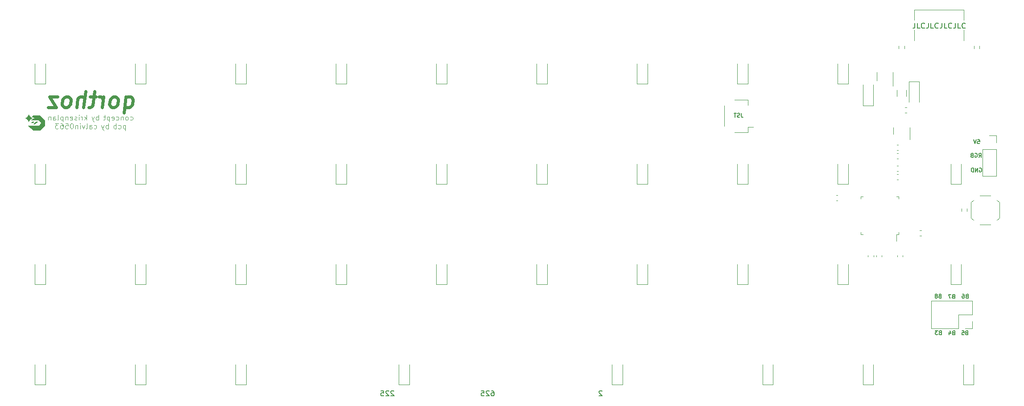
<source format=gbr>
%TF.GenerationSoftware,KiCad,Pcbnew,(7.0.0)*%
%TF.CreationDate,2023-10-03T20:22:14+02:00*%
%TF.ProjectId,qorthoz,716f7274-686f-47a2-9e6b-696361645f70,rev?*%
%TF.SameCoordinates,Original*%
%TF.FileFunction,Legend,Bot*%
%TF.FilePolarity,Positive*%
%FSLAX46Y46*%
G04 Gerber Fmt 4.6, Leading zero omitted, Abs format (unit mm)*
G04 Created by KiCad (PCBNEW (7.0.0)) date 2023-10-03 20:22:14*
%MOMM*%
%LPD*%
G01*
G04 APERTURE LIST*
%ADD10C,0.150000*%
%ADD11C,0.125000*%
%ADD12C,0.600000*%
%ADD13C,0.120000*%
G04 APERTURE END LIST*
D10*
X219217856Y-42965832D02*
X219574999Y-42965832D01*
X219574999Y-42965832D02*
X219610713Y-43322975D01*
X219610713Y-43322975D02*
X219574999Y-43287261D01*
X219574999Y-43287261D02*
X219503571Y-43251547D01*
X219503571Y-43251547D02*
X219324999Y-43251547D01*
X219324999Y-43251547D02*
X219253571Y-43287261D01*
X219253571Y-43287261D02*
X219217856Y-43322975D01*
X219217856Y-43322975D02*
X219182142Y-43394404D01*
X219182142Y-43394404D02*
X219182142Y-43572975D01*
X219182142Y-43572975D02*
X219217856Y-43644404D01*
X219217856Y-43644404D02*
X219253571Y-43680118D01*
X219253571Y-43680118D02*
X219324999Y-43715832D01*
X219324999Y-43715832D02*
X219503571Y-43715832D01*
X219503571Y-43715832D02*
X219574999Y-43680118D01*
X219574999Y-43680118D02*
X219610713Y-43644404D01*
X218967856Y-42965832D02*
X218717856Y-43715832D01*
X218717856Y-43715832D02*
X218467856Y-42965832D01*
X174366964Y-37948100D02*
X174366964Y-38483815D01*
X174366964Y-38483815D02*
X174402679Y-38590957D01*
X174402679Y-38590957D02*
X174474107Y-38662386D01*
X174474107Y-38662386D02*
X174581250Y-38698100D01*
X174581250Y-38698100D02*
X174652679Y-38698100D01*
X174045535Y-38662386D02*
X173938393Y-38698100D01*
X173938393Y-38698100D02*
X173759821Y-38698100D01*
X173759821Y-38698100D02*
X173688393Y-38662386D01*
X173688393Y-38662386D02*
X173652678Y-38626672D01*
X173652678Y-38626672D02*
X173616964Y-38555243D01*
X173616964Y-38555243D02*
X173616964Y-38483815D01*
X173616964Y-38483815D02*
X173652678Y-38412386D01*
X173652678Y-38412386D02*
X173688393Y-38376672D01*
X173688393Y-38376672D02*
X173759821Y-38340957D01*
X173759821Y-38340957D02*
X173902678Y-38305243D01*
X173902678Y-38305243D02*
X173974107Y-38269529D01*
X173974107Y-38269529D02*
X174009821Y-38233815D01*
X174009821Y-38233815D02*
X174045535Y-38162386D01*
X174045535Y-38162386D02*
X174045535Y-38090957D01*
X174045535Y-38090957D02*
X174009821Y-38019529D01*
X174009821Y-38019529D02*
X173974107Y-37983815D01*
X173974107Y-37983815D02*
X173902678Y-37948100D01*
X173902678Y-37948100D02*
X173724107Y-37948100D01*
X173724107Y-37948100D02*
X173616964Y-37983815D01*
X173402678Y-37948100D02*
X172974107Y-37948100D01*
X173188392Y-38698100D02*
X173188392Y-37948100D01*
X217121285Y-79634554D02*
X217014142Y-79670268D01*
X217014142Y-79670268D02*
X216978428Y-79705983D01*
X216978428Y-79705983D02*
X216942714Y-79777411D01*
X216942714Y-79777411D02*
X216942714Y-79884554D01*
X216942714Y-79884554D02*
X216978428Y-79955983D01*
X216978428Y-79955983D02*
X217014142Y-79991697D01*
X217014142Y-79991697D02*
X217085571Y-80027411D01*
X217085571Y-80027411D02*
X217371285Y-80027411D01*
X217371285Y-80027411D02*
X217371285Y-79277411D01*
X217371285Y-79277411D02*
X217121285Y-79277411D01*
X217121285Y-79277411D02*
X217049857Y-79313126D01*
X217049857Y-79313126D02*
X217014142Y-79348840D01*
X217014142Y-79348840D02*
X216978428Y-79420268D01*
X216978428Y-79420268D02*
X216978428Y-79491697D01*
X216978428Y-79491697D02*
X217014142Y-79563126D01*
X217014142Y-79563126D02*
X217049857Y-79598840D01*
X217049857Y-79598840D02*
X217121285Y-79634554D01*
X217121285Y-79634554D02*
X217371285Y-79634554D01*
X216264142Y-79277411D02*
X216621285Y-79277411D01*
X216621285Y-79277411D02*
X216656999Y-79634554D01*
X216656999Y-79634554D02*
X216621285Y-79598840D01*
X216621285Y-79598840D02*
X216549857Y-79563126D01*
X216549857Y-79563126D02*
X216371285Y-79563126D01*
X216371285Y-79563126D02*
X216299857Y-79598840D01*
X216299857Y-79598840D02*
X216264142Y-79634554D01*
X216264142Y-79634554D02*
X216228428Y-79705983D01*
X216228428Y-79705983D02*
X216228428Y-79884554D01*
X216228428Y-79884554D02*
X216264142Y-79955983D01*
X216264142Y-79955983D02*
X216299857Y-79991697D01*
X216299857Y-79991697D02*
X216371285Y-80027411D01*
X216371285Y-80027411D02*
X216549857Y-80027411D01*
X216549857Y-80027411D02*
X216621285Y-79991697D01*
X216621285Y-79991697D02*
X216656999Y-79955983D01*
D11*
X58352382Y-39197261D02*
X58447620Y-39244880D01*
X58447620Y-39244880D02*
X58638096Y-39244880D01*
X58638096Y-39244880D02*
X58733334Y-39197261D01*
X58733334Y-39197261D02*
X58780953Y-39149642D01*
X58780953Y-39149642D02*
X58828572Y-39054404D01*
X58828572Y-39054404D02*
X58828572Y-38768690D01*
X58828572Y-38768690D02*
X58780953Y-38673452D01*
X58780953Y-38673452D02*
X58733334Y-38625833D01*
X58733334Y-38625833D02*
X58638096Y-38578214D01*
X58638096Y-38578214D02*
X58447620Y-38578214D01*
X58447620Y-38578214D02*
X58352382Y-38625833D01*
X57780953Y-39244880D02*
X57876191Y-39197261D01*
X57876191Y-39197261D02*
X57923810Y-39149642D01*
X57923810Y-39149642D02*
X57971429Y-39054404D01*
X57971429Y-39054404D02*
X57971429Y-38768690D01*
X57971429Y-38768690D02*
X57923810Y-38673452D01*
X57923810Y-38673452D02*
X57876191Y-38625833D01*
X57876191Y-38625833D02*
X57780953Y-38578214D01*
X57780953Y-38578214D02*
X57638096Y-38578214D01*
X57638096Y-38578214D02*
X57542858Y-38625833D01*
X57542858Y-38625833D02*
X57495239Y-38673452D01*
X57495239Y-38673452D02*
X57447620Y-38768690D01*
X57447620Y-38768690D02*
X57447620Y-39054404D01*
X57447620Y-39054404D02*
X57495239Y-39149642D01*
X57495239Y-39149642D02*
X57542858Y-39197261D01*
X57542858Y-39197261D02*
X57638096Y-39244880D01*
X57638096Y-39244880D02*
X57780953Y-39244880D01*
X57019048Y-38578214D02*
X57019048Y-39244880D01*
X57019048Y-38673452D02*
X56971429Y-38625833D01*
X56971429Y-38625833D02*
X56876191Y-38578214D01*
X56876191Y-38578214D02*
X56733334Y-38578214D01*
X56733334Y-38578214D02*
X56638096Y-38625833D01*
X56638096Y-38625833D02*
X56590477Y-38721071D01*
X56590477Y-38721071D02*
X56590477Y-39244880D01*
X55685715Y-39197261D02*
X55780953Y-39244880D01*
X55780953Y-39244880D02*
X55971429Y-39244880D01*
X55971429Y-39244880D02*
X56066667Y-39197261D01*
X56066667Y-39197261D02*
X56114286Y-39149642D01*
X56114286Y-39149642D02*
X56161905Y-39054404D01*
X56161905Y-39054404D02*
X56161905Y-38768690D01*
X56161905Y-38768690D02*
X56114286Y-38673452D01*
X56114286Y-38673452D02*
X56066667Y-38625833D01*
X56066667Y-38625833D02*
X55971429Y-38578214D01*
X55971429Y-38578214D02*
X55780953Y-38578214D01*
X55780953Y-38578214D02*
X55685715Y-38625833D01*
X54876191Y-39197261D02*
X54971429Y-39244880D01*
X54971429Y-39244880D02*
X55161905Y-39244880D01*
X55161905Y-39244880D02*
X55257143Y-39197261D01*
X55257143Y-39197261D02*
X55304762Y-39102023D01*
X55304762Y-39102023D02*
X55304762Y-38721071D01*
X55304762Y-38721071D02*
X55257143Y-38625833D01*
X55257143Y-38625833D02*
X55161905Y-38578214D01*
X55161905Y-38578214D02*
X54971429Y-38578214D01*
X54971429Y-38578214D02*
X54876191Y-38625833D01*
X54876191Y-38625833D02*
X54828572Y-38721071D01*
X54828572Y-38721071D02*
X54828572Y-38816309D01*
X54828572Y-38816309D02*
X55304762Y-38911547D01*
X54400000Y-38578214D02*
X54400000Y-39578214D01*
X54400000Y-38625833D02*
X54304762Y-38578214D01*
X54304762Y-38578214D02*
X54114286Y-38578214D01*
X54114286Y-38578214D02*
X54019048Y-38625833D01*
X54019048Y-38625833D02*
X53971429Y-38673452D01*
X53971429Y-38673452D02*
X53923810Y-38768690D01*
X53923810Y-38768690D02*
X53923810Y-39054404D01*
X53923810Y-39054404D02*
X53971429Y-39149642D01*
X53971429Y-39149642D02*
X54019048Y-39197261D01*
X54019048Y-39197261D02*
X54114286Y-39244880D01*
X54114286Y-39244880D02*
X54304762Y-39244880D01*
X54304762Y-39244880D02*
X54400000Y-39197261D01*
X53638095Y-38578214D02*
X53257143Y-38578214D01*
X53495238Y-38244880D02*
X53495238Y-39102023D01*
X53495238Y-39102023D02*
X53447619Y-39197261D01*
X53447619Y-39197261D02*
X53352381Y-39244880D01*
X53352381Y-39244880D02*
X53257143Y-39244880D01*
X52323809Y-39244880D02*
X52323809Y-38244880D01*
X52323809Y-38625833D02*
X52228571Y-38578214D01*
X52228571Y-38578214D02*
X52038095Y-38578214D01*
X52038095Y-38578214D02*
X51942857Y-38625833D01*
X51942857Y-38625833D02*
X51895238Y-38673452D01*
X51895238Y-38673452D02*
X51847619Y-38768690D01*
X51847619Y-38768690D02*
X51847619Y-39054404D01*
X51847619Y-39054404D02*
X51895238Y-39149642D01*
X51895238Y-39149642D02*
X51942857Y-39197261D01*
X51942857Y-39197261D02*
X52038095Y-39244880D01*
X52038095Y-39244880D02*
X52228571Y-39244880D01*
X52228571Y-39244880D02*
X52323809Y-39197261D01*
X51514285Y-38578214D02*
X51276190Y-39244880D01*
X51038095Y-38578214D02*
X51276190Y-39244880D01*
X51276190Y-39244880D02*
X51371428Y-39482976D01*
X51371428Y-39482976D02*
X51419047Y-39530595D01*
X51419047Y-39530595D02*
X51514285Y-39578214D01*
X50057142Y-39244880D02*
X50057142Y-38244880D01*
X49961904Y-38863928D02*
X49676190Y-39244880D01*
X49676190Y-38578214D02*
X50057142Y-38959166D01*
X49247618Y-39244880D02*
X49247618Y-38578214D01*
X49247618Y-38768690D02*
X49199999Y-38673452D01*
X49199999Y-38673452D02*
X49152380Y-38625833D01*
X49152380Y-38625833D02*
X49057142Y-38578214D01*
X49057142Y-38578214D02*
X48961904Y-38578214D01*
X48628570Y-39244880D02*
X48628570Y-38578214D01*
X48628570Y-38244880D02*
X48676189Y-38292500D01*
X48676189Y-38292500D02*
X48628570Y-38340119D01*
X48628570Y-38340119D02*
X48580951Y-38292500D01*
X48580951Y-38292500D02*
X48628570Y-38244880D01*
X48628570Y-38244880D02*
X48628570Y-38340119D01*
X48199999Y-39197261D02*
X48104761Y-39244880D01*
X48104761Y-39244880D02*
X47914285Y-39244880D01*
X47914285Y-39244880D02*
X47819047Y-39197261D01*
X47819047Y-39197261D02*
X47771428Y-39102023D01*
X47771428Y-39102023D02*
X47771428Y-39054404D01*
X47771428Y-39054404D02*
X47819047Y-38959166D01*
X47819047Y-38959166D02*
X47914285Y-38911547D01*
X47914285Y-38911547D02*
X48057142Y-38911547D01*
X48057142Y-38911547D02*
X48152380Y-38863928D01*
X48152380Y-38863928D02*
X48199999Y-38768690D01*
X48199999Y-38768690D02*
X48199999Y-38721071D01*
X48199999Y-38721071D02*
X48152380Y-38625833D01*
X48152380Y-38625833D02*
X48057142Y-38578214D01*
X48057142Y-38578214D02*
X47914285Y-38578214D01*
X47914285Y-38578214D02*
X47819047Y-38625833D01*
X46961904Y-39197261D02*
X47057142Y-39244880D01*
X47057142Y-39244880D02*
X47247618Y-39244880D01*
X47247618Y-39244880D02*
X47342856Y-39197261D01*
X47342856Y-39197261D02*
X47390475Y-39102023D01*
X47390475Y-39102023D02*
X47390475Y-38721071D01*
X47390475Y-38721071D02*
X47342856Y-38625833D01*
X47342856Y-38625833D02*
X47247618Y-38578214D01*
X47247618Y-38578214D02*
X47057142Y-38578214D01*
X47057142Y-38578214D02*
X46961904Y-38625833D01*
X46961904Y-38625833D02*
X46914285Y-38721071D01*
X46914285Y-38721071D02*
X46914285Y-38816309D01*
X46914285Y-38816309D02*
X47390475Y-38911547D01*
X46485713Y-38578214D02*
X46485713Y-39244880D01*
X46485713Y-38673452D02*
X46438094Y-38625833D01*
X46438094Y-38625833D02*
X46342856Y-38578214D01*
X46342856Y-38578214D02*
X46199999Y-38578214D01*
X46199999Y-38578214D02*
X46104761Y-38625833D01*
X46104761Y-38625833D02*
X46057142Y-38721071D01*
X46057142Y-38721071D02*
X46057142Y-39244880D01*
X45580951Y-38578214D02*
X45580951Y-39578214D01*
X45580951Y-38625833D02*
X45485713Y-38578214D01*
X45485713Y-38578214D02*
X45295237Y-38578214D01*
X45295237Y-38578214D02*
X45199999Y-38625833D01*
X45199999Y-38625833D02*
X45152380Y-38673452D01*
X45152380Y-38673452D02*
X45104761Y-38768690D01*
X45104761Y-38768690D02*
X45104761Y-39054404D01*
X45104761Y-39054404D02*
X45152380Y-39149642D01*
X45152380Y-39149642D02*
X45199999Y-39197261D01*
X45199999Y-39197261D02*
X45295237Y-39244880D01*
X45295237Y-39244880D02*
X45485713Y-39244880D01*
X45485713Y-39244880D02*
X45580951Y-39197261D01*
X44533332Y-39244880D02*
X44628570Y-39197261D01*
X44628570Y-39197261D02*
X44676189Y-39102023D01*
X44676189Y-39102023D02*
X44676189Y-38244880D01*
X43723808Y-39244880D02*
X43723808Y-38721071D01*
X43723808Y-38721071D02*
X43771427Y-38625833D01*
X43771427Y-38625833D02*
X43866665Y-38578214D01*
X43866665Y-38578214D02*
X44057141Y-38578214D01*
X44057141Y-38578214D02*
X44152379Y-38625833D01*
X43723808Y-39197261D02*
X43819046Y-39244880D01*
X43819046Y-39244880D02*
X44057141Y-39244880D01*
X44057141Y-39244880D02*
X44152379Y-39197261D01*
X44152379Y-39197261D02*
X44199998Y-39102023D01*
X44199998Y-39102023D02*
X44199998Y-39006785D01*
X44199998Y-39006785D02*
X44152379Y-38911547D01*
X44152379Y-38911547D02*
X44057141Y-38863928D01*
X44057141Y-38863928D02*
X43819046Y-38863928D01*
X43819046Y-38863928D02*
X43723808Y-38816309D01*
X43247617Y-38578214D02*
X43247617Y-39244880D01*
X43247617Y-38673452D02*
X43199998Y-38625833D01*
X43199998Y-38625833D02*
X43104760Y-38578214D01*
X43104760Y-38578214D02*
X42961903Y-38578214D01*
X42961903Y-38578214D02*
X42866665Y-38625833D01*
X42866665Y-38625833D02*
X42819046Y-38721071D01*
X42819046Y-38721071D02*
X42819046Y-39244880D01*
X57447619Y-40198214D02*
X57447619Y-41198214D01*
X57447619Y-40245833D02*
X57352381Y-40198214D01*
X57352381Y-40198214D02*
X57161905Y-40198214D01*
X57161905Y-40198214D02*
X57066667Y-40245833D01*
X57066667Y-40245833D02*
X57019048Y-40293452D01*
X57019048Y-40293452D02*
X56971429Y-40388690D01*
X56971429Y-40388690D02*
X56971429Y-40674404D01*
X56971429Y-40674404D02*
X57019048Y-40769642D01*
X57019048Y-40769642D02*
X57066667Y-40817261D01*
X57066667Y-40817261D02*
X57161905Y-40864880D01*
X57161905Y-40864880D02*
X57352381Y-40864880D01*
X57352381Y-40864880D02*
X57447619Y-40817261D01*
X56114286Y-40817261D02*
X56209524Y-40864880D01*
X56209524Y-40864880D02*
X56400000Y-40864880D01*
X56400000Y-40864880D02*
X56495238Y-40817261D01*
X56495238Y-40817261D02*
X56542857Y-40769642D01*
X56542857Y-40769642D02*
X56590476Y-40674404D01*
X56590476Y-40674404D02*
X56590476Y-40388690D01*
X56590476Y-40388690D02*
X56542857Y-40293452D01*
X56542857Y-40293452D02*
X56495238Y-40245833D01*
X56495238Y-40245833D02*
X56400000Y-40198214D01*
X56400000Y-40198214D02*
X56209524Y-40198214D01*
X56209524Y-40198214D02*
X56114286Y-40245833D01*
X55685714Y-40864880D02*
X55685714Y-39864880D01*
X55685714Y-40245833D02*
X55590476Y-40198214D01*
X55590476Y-40198214D02*
X55400000Y-40198214D01*
X55400000Y-40198214D02*
X55304762Y-40245833D01*
X55304762Y-40245833D02*
X55257143Y-40293452D01*
X55257143Y-40293452D02*
X55209524Y-40388690D01*
X55209524Y-40388690D02*
X55209524Y-40674404D01*
X55209524Y-40674404D02*
X55257143Y-40769642D01*
X55257143Y-40769642D02*
X55304762Y-40817261D01*
X55304762Y-40817261D02*
X55400000Y-40864880D01*
X55400000Y-40864880D02*
X55590476Y-40864880D01*
X55590476Y-40864880D02*
X55685714Y-40817261D01*
X54180952Y-40864880D02*
X54180952Y-39864880D01*
X54180952Y-40245833D02*
X54085714Y-40198214D01*
X54085714Y-40198214D02*
X53895238Y-40198214D01*
X53895238Y-40198214D02*
X53800000Y-40245833D01*
X53800000Y-40245833D02*
X53752381Y-40293452D01*
X53752381Y-40293452D02*
X53704762Y-40388690D01*
X53704762Y-40388690D02*
X53704762Y-40674404D01*
X53704762Y-40674404D02*
X53752381Y-40769642D01*
X53752381Y-40769642D02*
X53800000Y-40817261D01*
X53800000Y-40817261D02*
X53895238Y-40864880D01*
X53895238Y-40864880D02*
X54085714Y-40864880D01*
X54085714Y-40864880D02*
X54180952Y-40817261D01*
X53371428Y-40198214D02*
X53133333Y-40864880D01*
X52895238Y-40198214D02*
X53133333Y-40864880D01*
X53133333Y-40864880D02*
X53228571Y-41102976D01*
X53228571Y-41102976D02*
X53276190Y-41150595D01*
X53276190Y-41150595D02*
X53371428Y-41198214D01*
X51485714Y-40817261D02*
X51580952Y-40864880D01*
X51580952Y-40864880D02*
X51771428Y-40864880D01*
X51771428Y-40864880D02*
X51866666Y-40817261D01*
X51866666Y-40817261D02*
X51914285Y-40769642D01*
X51914285Y-40769642D02*
X51961904Y-40674404D01*
X51961904Y-40674404D02*
X51961904Y-40388690D01*
X51961904Y-40388690D02*
X51914285Y-40293452D01*
X51914285Y-40293452D02*
X51866666Y-40245833D01*
X51866666Y-40245833D02*
X51771428Y-40198214D01*
X51771428Y-40198214D02*
X51580952Y-40198214D01*
X51580952Y-40198214D02*
X51485714Y-40245833D01*
X50628571Y-40864880D02*
X50628571Y-40341071D01*
X50628571Y-40341071D02*
X50676190Y-40245833D01*
X50676190Y-40245833D02*
X50771428Y-40198214D01*
X50771428Y-40198214D02*
X50961904Y-40198214D01*
X50961904Y-40198214D02*
X51057142Y-40245833D01*
X50628571Y-40817261D02*
X50723809Y-40864880D01*
X50723809Y-40864880D02*
X50961904Y-40864880D01*
X50961904Y-40864880D02*
X51057142Y-40817261D01*
X51057142Y-40817261D02*
X51104761Y-40722023D01*
X51104761Y-40722023D02*
X51104761Y-40626785D01*
X51104761Y-40626785D02*
X51057142Y-40531547D01*
X51057142Y-40531547D02*
X50961904Y-40483928D01*
X50961904Y-40483928D02*
X50723809Y-40483928D01*
X50723809Y-40483928D02*
X50628571Y-40436309D01*
X50009523Y-40864880D02*
X50104761Y-40817261D01*
X50104761Y-40817261D02*
X50152380Y-40722023D01*
X50152380Y-40722023D02*
X50152380Y-39864880D01*
X49723808Y-40198214D02*
X49485713Y-40864880D01*
X49485713Y-40864880D02*
X49247618Y-40198214D01*
X48866665Y-40864880D02*
X48866665Y-40198214D01*
X48866665Y-39864880D02*
X48914284Y-39912500D01*
X48914284Y-39912500D02*
X48866665Y-39960119D01*
X48866665Y-39960119D02*
X48819046Y-39912500D01*
X48819046Y-39912500D02*
X48866665Y-39864880D01*
X48866665Y-39864880D02*
X48866665Y-39960119D01*
X48390475Y-40198214D02*
X48390475Y-40864880D01*
X48390475Y-40293452D02*
X48342856Y-40245833D01*
X48342856Y-40245833D02*
X48247618Y-40198214D01*
X48247618Y-40198214D02*
X48104761Y-40198214D01*
X48104761Y-40198214D02*
X48009523Y-40245833D01*
X48009523Y-40245833D02*
X47961904Y-40341071D01*
X47961904Y-40341071D02*
X47961904Y-40864880D01*
X47295237Y-39864880D02*
X47199999Y-39864880D01*
X47199999Y-39864880D02*
X47104761Y-39912500D01*
X47104761Y-39912500D02*
X47057142Y-39960119D01*
X47057142Y-39960119D02*
X47009523Y-40055357D01*
X47009523Y-40055357D02*
X46961904Y-40245833D01*
X46961904Y-40245833D02*
X46961904Y-40483928D01*
X46961904Y-40483928D02*
X47009523Y-40674404D01*
X47009523Y-40674404D02*
X47057142Y-40769642D01*
X47057142Y-40769642D02*
X47104761Y-40817261D01*
X47104761Y-40817261D02*
X47199999Y-40864880D01*
X47199999Y-40864880D02*
X47295237Y-40864880D01*
X47295237Y-40864880D02*
X47390475Y-40817261D01*
X47390475Y-40817261D02*
X47438094Y-40769642D01*
X47438094Y-40769642D02*
X47485713Y-40674404D01*
X47485713Y-40674404D02*
X47533332Y-40483928D01*
X47533332Y-40483928D02*
X47533332Y-40245833D01*
X47533332Y-40245833D02*
X47485713Y-40055357D01*
X47485713Y-40055357D02*
X47438094Y-39960119D01*
X47438094Y-39960119D02*
X47390475Y-39912500D01*
X47390475Y-39912500D02*
X47295237Y-39864880D01*
X46057142Y-39864880D02*
X46533332Y-39864880D01*
X46533332Y-39864880D02*
X46580951Y-40341071D01*
X46580951Y-40341071D02*
X46533332Y-40293452D01*
X46533332Y-40293452D02*
X46438094Y-40245833D01*
X46438094Y-40245833D02*
X46199999Y-40245833D01*
X46199999Y-40245833D02*
X46104761Y-40293452D01*
X46104761Y-40293452D02*
X46057142Y-40341071D01*
X46057142Y-40341071D02*
X46009523Y-40436309D01*
X46009523Y-40436309D02*
X46009523Y-40674404D01*
X46009523Y-40674404D02*
X46057142Y-40769642D01*
X46057142Y-40769642D02*
X46104761Y-40817261D01*
X46104761Y-40817261D02*
X46199999Y-40864880D01*
X46199999Y-40864880D02*
X46438094Y-40864880D01*
X46438094Y-40864880D02*
X46533332Y-40817261D01*
X46533332Y-40817261D02*
X46580951Y-40769642D01*
X45152380Y-39864880D02*
X45342856Y-39864880D01*
X45342856Y-39864880D02*
X45438094Y-39912500D01*
X45438094Y-39912500D02*
X45485713Y-39960119D01*
X45485713Y-39960119D02*
X45580951Y-40102976D01*
X45580951Y-40102976D02*
X45628570Y-40293452D01*
X45628570Y-40293452D02*
X45628570Y-40674404D01*
X45628570Y-40674404D02*
X45580951Y-40769642D01*
X45580951Y-40769642D02*
X45533332Y-40817261D01*
X45533332Y-40817261D02*
X45438094Y-40864880D01*
X45438094Y-40864880D02*
X45247618Y-40864880D01*
X45247618Y-40864880D02*
X45152380Y-40817261D01*
X45152380Y-40817261D02*
X45104761Y-40769642D01*
X45104761Y-40769642D02*
X45057142Y-40674404D01*
X45057142Y-40674404D02*
X45057142Y-40436309D01*
X45057142Y-40436309D02*
X45104761Y-40341071D01*
X45104761Y-40341071D02*
X45152380Y-40293452D01*
X45152380Y-40293452D02*
X45247618Y-40245833D01*
X45247618Y-40245833D02*
X45438094Y-40245833D01*
X45438094Y-40245833D02*
X45533332Y-40293452D01*
X45533332Y-40293452D02*
X45580951Y-40341071D01*
X45580951Y-40341071D02*
X45628570Y-40436309D01*
X44723808Y-39864880D02*
X44104761Y-39864880D01*
X44104761Y-39864880D02*
X44438094Y-40245833D01*
X44438094Y-40245833D02*
X44295237Y-40245833D01*
X44295237Y-40245833D02*
X44199999Y-40293452D01*
X44199999Y-40293452D02*
X44152380Y-40341071D01*
X44152380Y-40341071D02*
X44104761Y-40436309D01*
X44104761Y-40436309D02*
X44104761Y-40674404D01*
X44104761Y-40674404D02*
X44152380Y-40769642D01*
X44152380Y-40769642D02*
X44199999Y-40817261D01*
X44199999Y-40817261D02*
X44295237Y-40864880D01*
X44295237Y-40864880D02*
X44580951Y-40864880D01*
X44580951Y-40864880D02*
X44676189Y-40817261D01*
X44676189Y-40817261D02*
X44723808Y-40769642D01*
D10*
X212087157Y-79602021D02*
X211980014Y-79637735D01*
X211980014Y-79637735D02*
X211944300Y-79673450D01*
X211944300Y-79673450D02*
X211908586Y-79744878D01*
X211908586Y-79744878D02*
X211908586Y-79852021D01*
X211908586Y-79852021D02*
X211944300Y-79923450D01*
X211944300Y-79923450D02*
X211980014Y-79959164D01*
X211980014Y-79959164D02*
X212051443Y-79994878D01*
X212051443Y-79994878D02*
X212337157Y-79994878D01*
X212337157Y-79994878D02*
X212337157Y-79244878D01*
X212337157Y-79244878D02*
X212087157Y-79244878D01*
X212087157Y-79244878D02*
X212015729Y-79280593D01*
X212015729Y-79280593D02*
X211980014Y-79316307D01*
X211980014Y-79316307D02*
X211944300Y-79387735D01*
X211944300Y-79387735D02*
X211944300Y-79459164D01*
X211944300Y-79459164D02*
X211980014Y-79530593D01*
X211980014Y-79530593D02*
X212015729Y-79566307D01*
X212015729Y-79566307D02*
X212087157Y-79602021D01*
X212087157Y-79602021D02*
X212337157Y-79602021D01*
X211658586Y-79244878D02*
X211194300Y-79244878D01*
X211194300Y-79244878D02*
X211444300Y-79530593D01*
X211444300Y-79530593D02*
X211337157Y-79530593D01*
X211337157Y-79530593D02*
X211265729Y-79566307D01*
X211265729Y-79566307D02*
X211230014Y-79602021D01*
X211230014Y-79602021D02*
X211194300Y-79673450D01*
X211194300Y-79673450D02*
X211194300Y-79852021D01*
X211194300Y-79852021D02*
X211230014Y-79923450D01*
X211230014Y-79923450D02*
X211265729Y-79959164D01*
X211265729Y-79959164D02*
X211337157Y-79994878D01*
X211337157Y-79994878D02*
X211551443Y-79994878D01*
X211551443Y-79994878D02*
X211622871Y-79959164D01*
X211622871Y-79959164D02*
X211658586Y-79923450D01*
X108394344Y-90743869D02*
X108346725Y-90696250D01*
X108346725Y-90696250D02*
X108251487Y-90648630D01*
X108251487Y-90648630D02*
X108013392Y-90648630D01*
X108013392Y-90648630D02*
X107918154Y-90696250D01*
X107918154Y-90696250D02*
X107870535Y-90743869D01*
X107870535Y-90743869D02*
X107822916Y-90839107D01*
X107822916Y-90839107D02*
X107822916Y-90934345D01*
X107822916Y-90934345D02*
X107870535Y-91077202D01*
X107870535Y-91077202D02*
X108441963Y-91648630D01*
X108441963Y-91648630D02*
X107822916Y-91648630D01*
X107441963Y-90743869D02*
X107394344Y-90696250D01*
X107394344Y-90696250D02*
X107299106Y-90648630D01*
X107299106Y-90648630D02*
X107061011Y-90648630D01*
X107061011Y-90648630D02*
X106965773Y-90696250D01*
X106965773Y-90696250D02*
X106918154Y-90743869D01*
X106918154Y-90743869D02*
X106870535Y-90839107D01*
X106870535Y-90839107D02*
X106870535Y-90934345D01*
X106870535Y-90934345D02*
X106918154Y-91077202D01*
X106918154Y-91077202D02*
X107489582Y-91648630D01*
X107489582Y-91648630D02*
X106870535Y-91648630D01*
X105965773Y-90648630D02*
X106441963Y-90648630D01*
X106441963Y-90648630D02*
X106489582Y-91124821D01*
X106489582Y-91124821D02*
X106441963Y-91077202D01*
X106441963Y-91077202D02*
X106346725Y-91029583D01*
X106346725Y-91029583D02*
X106108630Y-91029583D01*
X106108630Y-91029583D02*
X106013392Y-91077202D01*
X106013392Y-91077202D02*
X105965773Y-91124821D01*
X105965773Y-91124821D02*
X105918154Y-91220059D01*
X105918154Y-91220059D02*
X105918154Y-91458154D01*
X105918154Y-91458154D02*
X105965773Y-91553392D01*
X105965773Y-91553392D02*
X106013392Y-91601011D01*
X106013392Y-91601011D02*
X106108630Y-91648630D01*
X106108630Y-91648630D02*
X106346725Y-91648630D01*
X106346725Y-91648630D02*
X106441963Y-91601011D01*
X106441963Y-91601011D02*
X106489582Y-91553392D01*
X207312201Y-20798630D02*
X207312201Y-21512916D01*
X207312201Y-21512916D02*
X207264582Y-21655773D01*
X207264582Y-21655773D02*
X207169344Y-21751011D01*
X207169344Y-21751011D02*
X207026487Y-21798630D01*
X207026487Y-21798630D02*
X206931249Y-21798630D01*
X208264582Y-21798630D02*
X207788392Y-21798630D01*
X207788392Y-21798630D02*
X207788392Y-20798630D01*
X209169344Y-21703392D02*
X209121725Y-21751011D01*
X209121725Y-21751011D02*
X208978868Y-21798630D01*
X208978868Y-21798630D02*
X208883630Y-21798630D01*
X208883630Y-21798630D02*
X208740773Y-21751011D01*
X208740773Y-21751011D02*
X208645535Y-21655773D01*
X208645535Y-21655773D02*
X208597916Y-21560535D01*
X208597916Y-21560535D02*
X208550297Y-21370059D01*
X208550297Y-21370059D02*
X208550297Y-21227202D01*
X208550297Y-21227202D02*
X208597916Y-21036726D01*
X208597916Y-21036726D02*
X208645535Y-20941488D01*
X208645535Y-20941488D02*
X208740773Y-20846250D01*
X208740773Y-20846250D02*
X208883630Y-20798630D01*
X208883630Y-20798630D02*
X208978868Y-20798630D01*
X208978868Y-20798630D02*
X209121725Y-20846250D01*
X209121725Y-20846250D02*
X209169344Y-20893869D01*
X209883630Y-20798630D02*
X209883630Y-21512916D01*
X209883630Y-21512916D02*
X209836011Y-21655773D01*
X209836011Y-21655773D02*
X209740773Y-21751011D01*
X209740773Y-21751011D02*
X209597916Y-21798630D01*
X209597916Y-21798630D02*
X209502678Y-21798630D01*
X210836011Y-21798630D02*
X210359821Y-21798630D01*
X210359821Y-21798630D02*
X210359821Y-20798630D01*
X211740773Y-21703392D02*
X211693154Y-21751011D01*
X211693154Y-21751011D02*
X211550297Y-21798630D01*
X211550297Y-21798630D02*
X211455059Y-21798630D01*
X211455059Y-21798630D02*
X211312202Y-21751011D01*
X211312202Y-21751011D02*
X211216964Y-21655773D01*
X211216964Y-21655773D02*
X211169345Y-21560535D01*
X211169345Y-21560535D02*
X211121726Y-21370059D01*
X211121726Y-21370059D02*
X211121726Y-21227202D01*
X211121726Y-21227202D02*
X211169345Y-21036726D01*
X211169345Y-21036726D02*
X211216964Y-20941488D01*
X211216964Y-20941488D02*
X211312202Y-20846250D01*
X211312202Y-20846250D02*
X211455059Y-20798630D01*
X211455059Y-20798630D02*
X211550297Y-20798630D01*
X211550297Y-20798630D02*
X211693154Y-20846250D01*
X211693154Y-20846250D02*
X211740773Y-20893869D01*
X212455059Y-20798630D02*
X212455059Y-21512916D01*
X212455059Y-21512916D02*
X212407440Y-21655773D01*
X212407440Y-21655773D02*
X212312202Y-21751011D01*
X212312202Y-21751011D02*
X212169345Y-21798630D01*
X212169345Y-21798630D02*
X212074107Y-21798630D01*
X213407440Y-21798630D02*
X212931250Y-21798630D01*
X212931250Y-21798630D02*
X212931250Y-20798630D01*
X214312202Y-21703392D02*
X214264583Y-21751011D01*
X214264583Y-21751011D02*
X214121726Y-21798630D01*
X214121726Y-21798630D02*
X214026488Y-21798630D01*
X214026488Y-21798630D02*
X213883631Y-21751011D01*
X213883631Y-21751011D02*
X213788393Y-21655773D01*
X213788393Y-21655773D02*
X213740774Y-21560535D01*
X213740774Y-21560535D02*
X213693155Y-21370059D01*
X213693155Y-21370059D02*
X213693155Y-21227202D01*
X213693155Y-21227202D02*
X213740774Y-21036726D01*
X213740774Y-21036726D02*
X213788393Y-20941488D01*
X213788393Y-20941488D02*
X213883631Y-20846250D01*
X213883631Y-20846250D02*
X214026488Y-20798630D01*
X214026488Y-20798630D02*
X214121726Y-20798630D01*
X214121726Y-20798630D02*
X214264583Y-20846250D01*
X214264583Y-20846250D02*
X214312202Y-20893869D01*
X215026488Y-20798630D02*
X215026488Y-21512916D01*
X215026488Y-21512916D02*
X214978869Y-21655773D01*
X214978869Y-21655773D02*
X214883631Y-21751011D01*
X214883631Y-21751011D02*
X214740774Y-21798630D01*
X214740774Y-21798630D02*
X214645536Y-21798630D01*
X215978869Y-21798630D02*
X215502679Y-21798630D01*
X215502679Y-21798630D02*
X215502679Y-20798630D01*
X216883631Y-21703392D02*
X216836012Y-21751011D01*
X216836012Y-21751011D02*
X216693155Y-21798630D01*
X216693155Y-21798630D02*
X216597917Y-21798630D01*
X216597917Y-21798630D02*
X216455060Y-21751011D01*
X216455060Y-21751011D02*
X216359822Y-21655773D01*
X216359822Y-21655773D02*
X216312203Y-21560535D01*
X216312203Y-21560535D02*
X216264584Y-21370059D01*
X216264584Y-21370059D02*
X216264584Y-21227202D01*
X216264584Y-21227202D02*
X216312203Y-21036726D01*
X216312203Y-21036726D02*
X216359822Y-20941488D01*
X216359822Y-20941488D02*
X216455060Y-20846250D01*
X216455060Y-20846250D02*
X216597917Y-20798630D01*
X216597917Y-20798630D02*
X216693155Y-20798630D01*
X216693155Y-20798630D02*
X216836012Y-20846250D01*
X216836012Y-20846250D02*
X216883631Y-20893869D01*
X214616071Y-72711047D02*
X214508928Y-72746761D01*
X214508928Y-72746761D02*
X214473214Y-72782476D01*
X214473214Y-72782476D02*
X214437500Y-72853904D01*
X214437500Y-72853904D02*
X214437500Y-72961047D01*
X214437500Y-72961047D02*
X214473214Y-73032476D01*
X214473214Y-73032476D02*
X214508928Y-73068190D01*
X214508928Y-73068190D02*
X214580357Y-73103904D01*
X214580357Y-73103904D02*
X214866071Y-73103904D01*
X214866071Y-73103904D02*
X214866071Y-72353904D01*
X214866071Y-72353904D02*
X214616071Y-72353904D01*
X214616071Y-72353904D02*
X214544643Y-72389619D01*
X214544643Y-72389619D02*
X214508928Y-72425333D01*
X214508928Y-72425333D02*
X214473214Y-72496761D01*
X214473214Y-72496761D02*
X214473214Y-72568190D01*
X214473214Y-72568190D02*
X214508928Y-72639619D01*
X214508928Y-72639619D02*
X214544643Y-72675333D01*
X214544643Y-72675333D02*
X214616071Y-72711047D01*
X214616071Y-72711047D02*
X214866071Y-72711047D01*
X214187500Y-72353904D02*
X213687500Y-72353904D01*
X213687500Y-72353904D02*
X214008928Y-73103904D01*
X126968154Y-90648630D02*
X127158630Y-90648630D01*
X127158630Y-90648630D02*
X127253868Y-90696250D01*
X127253868Y-90696250D02*
X127301487Y-90743869D01*
X127301487Y-90743869D02*
X127396725Y-90886726D01*
X127396725Y-90886726D02*
X127444344Y-91077202D01*
X127444344Y-91077202D02*
X127444344Y-91458154D01*
X127444344Y-91458154D02*
X127396725Y-91553392D01*
X127396725Y-91553392D02*
X127349106Y-91601011D01*
X127349106Y-91601011D02*
X127253868Y-91648630D01*
X127253868Y-91648630D02*
X127063392Y-91648630D01*
X127063392Y-91648630D02*
X126968154Y-91601011D01*
X126968154Y-91601011D02*
X126920535Y-91553392D01*
X126920535Y-91553392D02*
X126872916Y-91458154D01*
X126872916Y-91458154D02*
X126872916Y-91220059D01*
X126872916Y-91220059D02*
X126920535Y-91124821D01*
X126920535Y-91124821D02*
X126968154Y-91077202D01*
X126968154Y-91077202D02*
X127063392Y-91029583D01*
X127063392Y-91029583D02*
X127253868Y-91029583D01*
X127253868Y-91029583D02*
X127349106Y-91077202D01*
X127349106Y-91077202D02*
X127396725Y-91124821D01*
X127396725Y-91124821D02*
X127444344Y-91220059D01*
X126491963Y-90743869D02*
X126444344Y-90696250D01*
X126444344Y-90696250D02*
X126349106Y-90648630D01*
X126349106Y-90648630D02*
X126111011Y-90648630D01*
X126111011Y-90648630D02*
X126015773Y-90696250D01*
X126015773Y-90696250D02*
X125968154Y-90743869D01*
X125968154Y-90743869D02*
X125920535Y-90839107D01*
X125920535Y-90839107D02*
X125920535Y-90934345D01*
X125920535Y-90934345D02*
X125968154Y-91077202D01*
X125968154Y-91077202D02*
X126539582Y-91648630D01*
X126539582Y-91648630D02*
X125920535Y-91648630D01*
X125015773Y-90648630D02*
X125491963Y-90648630D01*
X125491963Y-90648630D02*
X125539582Y-91124821D01*
X125539582Y-91124821D02*
X125491963Y-91077202D01*
X125491963Y-91077202D02*
X125396725Y-91029583D01*
X125396725Y-91029583D02*
X125158630Y-91029583D01*
X125158630Y-91029583D02*
X125063392Y-91077202D01*
X125063392Y-91077202D02*
X125015773Y-91124821D01*
X125015773Y-91124821D02*
X124968154Y-91220059D01*
X124968154Y-91220059D02*
X124968154Y-91458154D01*
X124968154Y-91458154D02*
X125015773Y-91553392D01*
X125015773Y-91553392D02*
X125063392Y-91601011D01*
X125063392Y-91601011D02*
X125158630Y-91648630D01*
X125158630Y-91648630D02*
X125396725Y-91648630D01*
X125396725Y-91648630D02*
X125491963Y-91601011D01*
X125491963Y-91601011D02*
X125539582Y-91553392D01*
X212045627Y-72665812D02*
X211938484Y-72701526D01*
X211938484Y-72701526D02*
X211902770Y-72737241D01*
X211902770Y-72737241D02*
X211867056Y-72808669D01*
X211867056Y-72808669D02*
X211867056Y-72915812D01*
X211867056Y-72915812D02*
X211902770Y-72987241D01*
X211902770Y-72987241D02*
X211938484Y-73022955D01*
X211938484Y-73022955D02*
X212009913Y-73058669D01*
X212009913Y-73058669D02*
X212295627Y-73058669D01*
X212295627Y-73058669D02*
X212295627Y-72308669D01*
X212295627Y-72308669D02*
X212045627Y-72308669D01*
X212045627Y-72308669D02*
X211974199Y-72344384D01*
X211974199Y-72344384D02*
X211938484Y-72380098D01*
X211938484Y-72380098D02*
X211902770Y-72451526D01*
X211902770Y-72451526D02*
X211902770Y-72522955D01*
X211902770Y-72522955D02*
X211938484Y-72594384D01*
X211938484Y-72594384D02*
X211974199Y-72630098D01*
X211974199Y-72630098D02*
X212045627Y-72665812D01*
X212045627Y-72665812D02*
X212295627Y-72665812D01*
X211438484Y-72630098D02*
X211509913Y-72594384D01*
X211509913Y-72594384D02*
X211545627Y-72558669D01*
X211545627Y-72558669D02*
X211581341Y-72487241D01*
X211581341Y-72487241D02*
X211581341Y-72451526D01*
X211581341Y-72451526D02*
X211545627Y-72380098D01*
X211545627Y-72380098D02*
X211509913Y-72344384D01*
X211509913Y-72344384D02*
X211438484Y-72308669D01*
X211438484Y-72308669D02*
X211295627Y-72308669D01*
X211295627Y-72308669D02*
X211224199Y-72344384D01*
X211224199Y-72344384D02*
X211188484Y-72380098D01*
X211188484Y-72380098D02*
X211152770Y-72451526D01*
X211152770Y-72451526D02*
X211152770Y-72487241D01*
X211152770Y-72487241D02*
X211188484Y-72558669D01*
X211188484Y-72558669D02*
X211224199Y-72594384D01*
X211224199Y-72594384D02*
X211295627Y-72630098D01*
X211295627Y-72630098D02*
X211438484Y-72630098D01*
X211438484Y-72630098D02*
X211509913Y-72665812D01*
X211509913Y-72665812D02*
X211545627Y-72701526D01*
X211545627Y-72701526D02*
X211581341Y-72772955D01*
X211581341Y-72772955D02*
X211581341Y-72915812D01*
X211581341Y-72915812D02*
X211545627Y-72987241D01*
X211545627Y-72987241D02*
X211509913Y-73022955D01*
X211509913Y-73022955D02*
X211438484Y-73058669D01*
X211438484Y-73058669D02*
X211295627Y-73058669D01*
X211295627Y-73058669D02*
X211224199Y-73022955D01*
X211224199Y-73022955D02*
X211188484Y-72987241D01*
X211188484Y-72987241D02*
X211152770Y-72915812D01*
X211152770Y-72915812D02*
X211152770Y-72772955D01*
X211152770Y-72772955D02*
X211188484Y-72701526D01*
X211188484Y-72701526D02*
X211224199Y-72665812D01*
X211224199Y-72665812D02*
X211295627Y-72630098D01*
X219580799Y-48369042D02*
X219652228Y-48333327D01*
X219652228Y-48333327D02*
X219759370Y-48333327D01*
X219759370Y-48333327D02*
X219866513Y-48369042D01*
X219866513Y-48369042D02*
X219937942Y-48440470D01*
X219937942Y-48440470D02*
X219973656Y-48511899D01*
X219973656Y-48511899D02*
X220009370Y-48654756D01*
X220009370Y-48654756D02*
X220009370Y-48761899D01*
X220009370Y-48761899D02*
X219973656Y-48904756D01*
X219973656Y-48904756D02*
X219937942Y-48976184D01*
X219937942Y-48976184D02*
X219866513Y-49047613D01*
X219866513Y-49047613D02*
X219759370Y-49083327D01*
X219759370Y-49083327D02*
X219687942Y-49083327D01*
X219687942Y-49083327D02*
X219580799Y-49047613D01*
X219580799Y-49047613D02*
X219545085Y-49011899D01*
X219545085Y-49011899D02*
X219545085Y-48761899D01*
X219545085Y-48761899D02*
X219687942Y-48761899D01*
X219223656Y-49083327D02*
X219223656Y-48333327D01*
X219223656Y-48333327D02*
X218795085Y-49083327D01*
X218795085Y-49083327D02*
X218795085Y-48333327D01*
X218437942Y-49083327D02*
X218437942Y-48333327D01*
X218437942Y-48333327D02*
X218259371Y-48333327D01*
X218259371Y-48333327D02*
X218152228Y-48369042D01*
X218152228Y-48369042D02*
X218080799Y-48440470D01*
X218080799Y-48440470D02*
X218045085Y-48511899D01*
X218045085Y-48511899D02*
X218009371Y-48654756D01*
X218009371Y-48654756D02*
X218009371Y-48761899D01*
X218009371Y-48761899D02*
X218045085Y-48904756D01*
X218045085Y-48904756D02*
X218080799Y-48976184D01*
X218080799Y-48976184D02*
X218152228Y-49047613D01*
X218152228Y-49047613D02*
X218259371Y-49083327D01*
X218259371Y-49083327D02*
X218437942Y-49083327D01*
X214630254Y-79646795D02*
X214523111Y-79682509D01*
X214523111Y-79682509D02*
X214487397Y-79718224D01*
X214487397Y-79718224D02*
X214451683Y-79789652D01*
X214451683Y-79789652D02*
X214451683Y-79896795D01*
X214451683Y-79896795D02*
X214487397Y-79968224D01*
X214487397Y-79968224D02*
X214523111Y-80003938D01*
X214523111Y-80003938D02*
X214594540Y-80039652D01*
X214594540Y-80039652D02*
X214880254Y-80039652D01*
X214880254Y-80039652D02*
X214880254Y-79289652D01*
X214880254Y-79289652D02*
X214630254Y-79289652D01*
X214630254Y-79289652D02*
X214558826Y-79325367D01*
X214558826Y-79325367D02*
X214523111Y-79361081D01*
X214523111Y-79361081D02*
X214487397Y-79432509D01*
X214487397Y-79432509D02*
X214487397Y-79503938D01*
X214487397Y-79503938D02*
X214523111Y-79575367D01*
X214523111Y-79575367D02*
X214558826Y-79611081D01*
X214558826Y-79611081D02*
X214630254Y-79646795D01*
X214630254Y-79646795D02*
X214880254Y-79646795D01*
X213808826Y-79539652D02*
X213808826Y-80039652D01*
X213987397Y-79253938D02*
X214165968Y-79789652D01*
X214165968Y-79789652D02*
X213701683Y-79789652D01*
X147923213Y-90743869D02*
X147875594Y-90696250D01*
X147875594Y-90696250D02*
X147780356Y-90648630D01*
X147780356Y-90648630D02*
X147542261Y-90648630D01*
X147542261Y-90648630D02*
X147447023Y-90696250D01*
X147447023Y-90696250D02*
X147399404Y-90743869D01*
X147399404Y-90743869D02*
X147351785Y-90839107D01*
X147351785Y-90839107D02*
X147351785Y-90934345D01*
X147351785Y-90934345D02*
X147399404Y-91077202D01*
X147399404Y-91077202D02*
X147970832Y-91648630D01*
X147970832Y-91648630D02*
X147351785Y-91648630D01*
D12*
X57550000Y-34820892D02*
X57175000Y-37820892D01*
X57317857Y-36678035D02*
X57585714Y-36820892D01*
X57585714Y-36820892D02*
X58157143Y-36820892D01*
X58157143Y-36820892D02*
X58460714Y-36678035D01*
X58460714Y-36678035D02*
X58621428Y-36535178D01*
X58621428Y-36535178D02*
X58800000Y-36249464D01*
X58800000Y-36249464D02*
X58907143Y-35392321D01*
X58907143Y-35392321D02*
X58800000Y-35106607D01*
X58800000Y-35106607D02*
X58675000Y-34963750D01*
X58675000Y-34963750D02*
X58407143Y-34820892D01*
X58407143Y-34820892D02*
X57835714Y-34820892D01*
X57835714Y-34820892D02*
X57532143Y-34963750D01*
X55335714Y-36820892D02*
X55639285Y-36678035D01*
X55639285Y-36678035D02*
X55799999Y-36535178D01*
X55799999Y-36535178D02*
X55978571Y-36249464D01*
X55978571Y-36249464D02*
X56085714Y-35392321D01*
X56085714Y-35392321D02*
X55978571Y-35106607D01*
X55978571Y-35106607D02*
X55853571Y-34963750D01*
X55853571Y-34963750D02*
X55585714Y-34820892D01*
X55585714Y-34820892D02*
X55157142Y-34820892D01*
X55157142Y-34820892D02*
X54853571Y-34963750D01*
X54853571Y-34963750D02*
X54692856Y-35106607D01*
X54692856Y-35106607D02*
X54514285Y-35392321D01*
X54514285Y-35392321D02*
X54407142Y-36249464D01*
X54407142Y-36249464D02*
X54514285Y-36535178D01*
X54514285Y-36535178D02*
X54639285Y-36678035D01*
X54639285Y-36678035D02*
X54907142Y-36820892D01*
X54907142Y-36820892D02*
X55335714Y-36820892D01*
X53049999Y-36820892D02*
X53299999Y-34820892D01*
X53228570Y-35392321D02*
X53121428Y-35106607D01*
X53121428Y-35106607D02*
X52996428Y-34963750D01*
X52996428Y-34963750D02*
X52728570Y-34820892D01*
X52728570Y-34820892D02*
X52442856Y-34820892D01*
X51871427Y-34820892D02*
X50728570Y-34820892D01*
X51567856Y-33820892D02*
X51246427Y-36392321D01*
X51246427Y-36392321D02*
X51067856Y-36678035D01*
X51067856Y-36678035D02*
X50764285Y-36820892D01*
X50764285Y-36820892D02*
X50478570Y-36820892D01*
X49478570Y-36820892D02*
X49853570Y-33820892D01*
X48192856Y-36820892D02*
X48389284Y-35249464D01*
X48389284Y-35249464D02*
X48567856Y-34963750D01*
X48567856Y-34963750D02*
X48871427Y-34820892D01*
X48871427Y-34820892D02*
X49299999Y-34820892D01*
X49299999Y-34820892D02*
X49567856Y-34963750D01*
X49567856Y-34963750D02*
X49692856Y-35106607D01*
X46335713Y-36820892D02*
X46639284Y-36678035D01*
X46639284Y-36678035D02*
X46799998Y-36535178D01*
X46799998Y-36535178D02*
X46978570Y-36249464D01*
X46978570Y-36249464D02*
X47085713Y-35392321D01*
X47085713Y-35392321D02*
X46978570Y-35106607D01*
X46978570Y-35106607D02*
X46853570Y-34963750D01*
X46853570Y-34963750D02*
X46585713Y-34820892D01*
X46585713Y-34820892D02*
X46157141Y-34820892D01*
X46157141Y-34820892D02*
X45853570Y-34963750D01*
X45853570Y-34963750D02*
X45692855Y-35106607D01*
X45692855Y-35106607D02*
X45514284Y-35392321D01*
X45514284Y-35392321D02*
X45407141Y-36249464D01*
X45407141Y-36249464D02*
X45514284Y-36535178D01*
X45514284Y-36535178D02*
X45639284Y-36678035D01*
X45639284Y-36678035D02*
X45907141Y-36820892D01*
X45907141Y-36820892D02*
X46335713Y-36820892D01*
X44585712Y-34820892D02*
X43014284Y-34820892D01*
X43014284Y-34820892D02*
X44335712Y-36820892D01*
X44335712Y-36820892D02*
X42764284Y-36820892D01*
D10*
X219450662Y-46305061D02*
X219700662Y-45947918D01*
X219879233Y-46305061D02*
X219879233Y-45555061D01*
X219879233Y-45555061D02*
X219593519Y-45555061D01*
X219593519Y-45555061D02*
X219522090Y-45590776D01*
X219522090Y-45590776D02*
X219486376Y-45626490D01*
X219486376Y-45626490D02*
X219450662Y-45697918D01*
X219450662Y-45697918D02*
X219450662Y-45805061D01*
X219450662Y-45805061D02*
X219486376Y-45876490D01*
X219486376Y-45876490D02*
X219522090Y-45912204D01*
X219522090Y-45912204D02*
X219593519Y-45947918D01*
X219593519Y-45947918D02*
X219879233Y-45947918D01*
X218736376Y-45590776D02*
X218807805Y-45555061D01*
X218807805Y-45555061D02*
X218914947Y-45555061D01*
X218914947Y-45555061D02*
X219022090Y-45590776D01*
X219022090Y-45590776D02*
X219093519Y-45662204D01*
X219093519Y-45662204D02*
X219129233Y-45733633D01*
X219129233Y-45733633D02*
X219164947Y-45876490D01*
X219164947Y-45876490D02*
X219164947Y-45983633D01*
X219164947Y-45983633D02*
X219129233Y-46126490D01*
X219129233Y-46126490D02*
X219093519Y-46197918D01*
X219093519Y-46197918D02*
X219022090Y-46269347D01*
X219022090Y-46269347D02*
X218914947Y-46305061D01*
X218914947Y-46305061D02*
X218843519Y-46305061D01*
X218843519Y-46305061D02*
X218736376Y-46269347D01*
X218736376Y-46269347D02*
X218700662Y-46233633D01*
X218700662Y-46233633D02*
X218700662Y-45983633D01*
X218700662Y-45983633D02*
X218843519Y-45983633D01*
X218129233Y-45912204D02*
X218022090Y-45947918D01*
X218022090Y-45947918D02*
X217986376Y-45983633D01*
X217986376Y-45983633D02*
X217950662Y-46055061D01*
X217950662Y-46055061D02*
X217950662Y-46162204D01*
X217950662Y-46162204D02*
X217986376Y-46233633D01*
X217986376Y-46233633D02*
X218022090Y-46269347D01*
X218022090Y-46269347D02*
X218093519Y-46305061D01*
X218093519Y-46305061D02*
X218379233Y-46305061D01*
X218379233Y-46305061D02*
X218379233Y-45555061D01*
X218379233Y-45555061D02*
X218129233Y-45555061D01*
X218129233Y-45555061D02*
X218057805Y-45590776D01*
X218057805Y-45590776D02*
X218022090Y-45626490D01*
X218022090Y-45626490D02*
X217986376Y-45697918D01*
X217986376Y-45697918D02*
X217986376Y-45769347D01*
X217986376Y-45769347D02*
X218022090Y-45840776D01*
X218022090Y-45840776D02*
X218057805Y-45876490D01*
X218057805Y-45876490D02*
X218129233Y-45912204D01*
X218129233Y-45912204D02*
X218379233Y-45912204D01*
X217175575Y-72678233D02*
X217068432Y-72713947D01*
X217068432Y-72713947D02*
X217032718Y-72749662D01*
X217032718Y-72749662D02*
X216997004Y-72821090D01*
X216997004Y-72821090D02*
X216997004Y-72928233D01*
X216997004Y-72928233D02*
X217032718Y-72999662D01*
X217032718Y-72999662D02*
X217068432Y-73035376D01*
X217068432Y-73035376D02*
X217139861Y-73071090D01*
X217139861Y-73071090D02*
X217425575Y-73071090D01*
X217425575Y-73071090D02*
X217425575Y-72321090D01*
X217425575Y-72321090D02*
X217175575Y-72321090D01*
X217175575Y-72321090D02*
X217104147Y-72356805D01*
X217104147Y-72356805D02*
X217068432Y-72392519D01*
X217068432Y-72392519D02*
X217032718Y-72463947D01*
X217032718Y-72463947D02*
X217032718Y-72535376D01*
X217032718Y-72535376D02*
X217068432Y-72606805D01*
X217068432Y-72606805D02*
X217104147Y-72642519D01*
X217104147Y-72642519D02*
X217175575Y-72678233D01*
X217175575Y-72678233D02*
X217425575Y-72678233D01*
X216354147Y-72321090D02*
X216497004Y-72321090D01*
X216497004Y-72321090D02*
X216568432Y-72356805D01*
X216568432Y-72356805D02*
X216604147Y-72392519D01*
X216604147Y-72392519D02*
X216675575Y-72499662D01*
X216675575Y-72499662D02*
X216711289Y-72642519D01*
X216711289Y-72642519D02*
X216711289Y-72928233D01*
X216711289Y-72928233D02*
X216675575Y-72999662D01*
X216675575Y-72999662D02*
X216639861Y-73035376D01*
X216639861Y-73035376D02*
X216568432Y-73071090D01*
X216568432Y-73071090D02*
X216425575Y-73071090D01*
X216425575Y-73071090D02*
X216354147Y-73035376D01*
X216354147Y-73035376D02*
X216318432Y-72999662D01*
X216318432Y-72999662D02*
X216282718Y-72928233D01*
X216282718Y-72928233D02*
X216282718Y-72749662D01*
X216282718Y-72749662D02*
X216318432Y-72678233D01*
X216318432Y-72678233D02*
X216354147Y-72642519D01*
X216354147Y-72642519D02*
X216425575Y-72606805D01*
X216425575Y-72606805D02*
X216568432Y-72606805D01*
X216568432Y-72606805D02*
X216639861Y-72642519D01*
X216639861Y-72642519D02*
X216675575Y-72678233D01*
X216675575Y-72678233D02*
X216711289Y-72749662D01*
D13*
%TO.C,U1*%
X200052500Y-30956250D02*
X200052500Y-31756250D01*
X200052500Y-30956250D02*
X200052500Y-30156250D01*
X203172500Y-30956250D02*
X203172500Y-32756250D01*
X203172500Y-30956250D02*
X203172500Y-30156250D01*
%TO.C,J1*%
X207231250Y-18325000D02*
X216631250Y-18325000D01*
X207231250Y-20225000D02*
X207231250Y-18325000D01*
X207231250Y-24125000D02*
X207231250Y-22125000D01*
X216631250Y-20225000D02*
X216631250Y-18325000D01*
X216631250Y-24125000D02*
X216631250Y-22125000D01*
%TO.C,J4*%
X210427500Y-78805000D02*
X210427500Y-73605000D01*
X215567500Y-78805000D02*
X210427500Y-78805000D01*
X215567500Y-78805000D02*
X215567500Y-76205000D01*
X216837500Y-78805000D02*
X218167500Y-78805000D01*
X218167500Y-78805000D02*
X218167500Y-77475000D01*
X215567500Y-76205000D02*
X218167500Y-76205000D01*
X218167500Y-76205000D02*
X218167500Y-73605000D01*
X218167500Y-73605000D02*
X210427500Y-73605000D01*
%TO.C,D30*%
X214106250Y-70472500D02*
X214106250Y-66612500D01*
X216106250Y-70472500D02*
X214106250Y-70472500D01*
X216106250Y-70472500D02*
X216106250Y-66612500D01*
%TO.C,C6*%
X192667011Y-54494079D02*
X192385851Y-54494079D01*
X192667011Y-53474079D02*
X192385851Y-53474079D01*
%TO.C,D26*%
X135525000Y-70472500D02*
X135525000Y-66612500D01*
X137525000Y-70472500D02*
X135525000Y-70472500D01*
X137525000Y-70472500D02*
X137525000Y-66612500D01*
%TO.C,D34*%
X109331250Y-89522500D02*
X109331250Y-85662500D01*
X111331250Y-89522500D02*
X109331250Y-89522500D01*
X111331250Y-89522500D02*
X111331250Y-85662500D01*
%TO.C,D21*%
X40275000Y-70472500D02*
X40275000Y-66612500D01*
X42275000Y-70472500D02*
X40275000Y-70472500D01*
X42275000Y-70472500D02*
X42275000Y-66612500D01*
%TO.C,D15*%
X116475000Y-51422500D02*
X116475000Y-47562500D01*
X118475000Y-51422500D02*
X116475000Y-51422500D01*
X118475000Y-51422500D02*
X118475000Y-47562500D01*
%TO.C,U3*%
X203246250Y-41275000D02*
X203246250Y-41925000D01*
X203246250Y-41275000D02*
X203246250Y-40625000D01*
X206366250Y-41275000D02*
X206366250Y-42950000D01*
X206366250Y-41275000D02*
X206366250Y-40625000D01*
%TO.C,C8*%
X208260851Y-60239257D02*
X208542011Y-60239257D01*
X208260851Y-61259257D02*
X208542011Y-61259257D01*
%TO.C,D12*%
X59325000Y-51422500D02*
X59325000Y-47562500D01*
X61325000Y-51422500D02*
X59325000Y-51422500D01*
X61325000Y-51422500D02*
X61325000Y-47562500D01*
%TO.C,D27*%
X154575000Y-70472500D02*
X154575000Y-66612500D01*
X156575000Y-70472500D02*
X154575000Y-70472500D01*
X156575000Y-70472500D02*
X156575000Y-66612500D01*
%TO.C,D35*%
X149812500Y-89522500D02*
X149812500Y-85662500D01*
X151812500Y-89522500D02*
X149812500Y-89522500D01*
X151812500Y-89522500D02*
X151812500Y-85662500D01*
%TO.C,J2*%
X222786250Y-49907500D02*
X220126250Y-49907500D01*
X222786250Y-44767500D02*
X222786250Y-49907500D01*
X222786250Y-44767500D02*
X220126250Y-44767500D01*
X222786250Y-43497500D02*
X222786250Y-42167500D01*
X222786250Y-42167500D02*
X221456250Y-42167500D01*
X220126250Y-44767500D02*
X220126250Y-49907500D01*
%TO.C,D3*%
X78375000Y-32372500D02*
X78375000Y-28512500D01*
X80375000Y-32372500D02*
X78375000Y-32372500D01*
X80375000Y-32372500D02*
X80375000Y-28512500D01*
%TO.C,D29*%
X192675000Y-70472500D02*
X192675000Y-66612500D01*
X194675000Y-70472500D02*
X192675000Y-70472500D01*
X194675000Y-70472500D02*
X194675000Y-66612500D01*
%TO.C,SW1*%
X219622500Y-59076250D02*
X221702500Y-59076250D01*
X217942500Y-57806250D02*
X218432500Y-58296250D01*
X217942500Y-57806250D02*
X217942500Y-54906250D01*
X223382500Y-57806250D02*
X222892500Y-58296250D01*
X223382500Y-57806250D02*
X223382500Y-54906250D01*
X217942500Y-54906250D02*
X218432500Y-54416250D01*
X223382500Y-54906250D02*
X222892500Y-54416250D01*
X219622500Y-53636250D02*
X221702500Y-53636250D01*
%TO.C,C1*%
X205721830Y-37816250D02*
X205440670Y-37816250D01*
X205721830Y-36796250D02*
X205440670Y-36796250D01*
%TO.C,D28*%
X173625000Y-70472500D02*
X173625000Y-66612500D01*
X175625000Y-70472500D02*
X173625000Y-70472500D01*
X175625000Y-70472500D02*
X175625000Y-66612500D01*
%TO.C,D23*%
X78375000Y-70472500D02*
X78375000Y-66612500D01*
X80375000Y-70472500D02*
X78375000Y-70472500D01*
X80375000Y-70472500D02*
X80375000Y-66612500D01*
%TO.C,D16*%
X135525000Y-51422500D02*
X135525000Y-47562500D01*
X137525000Y-51422500D02*
X135525000Y-51422500D01*
X137525000Y-51422500D02*
X137525000Y-47562500D01*
%TO.C,D8*%
X173625000Y-32372500D02*
X173625000Y-28512500D01*
X175625000Y-32372500D02*
X173625000Y-32372500D01*
X175625000Y-32372500D02*
X175625000Y-28512500D01*
%TO.C,C2*%
X204153080Y-44960000D02*
X203871920Y-44960000D01*
X204153080Y-43940000D02*
X203871920Y-43940000D01*
%TO.C,C9*%
X203871920Y-49496250D02*
X204153080Y-49496250D01*
X203871920Y-50516250D02*
X204153080Y-50516250D01*
%TO.C,D11*%
X40275000Y-51422500D02*
X40275000Y-47562500D01*
X42275000Y-51422500D02*
X40275000Y-51422500D01*
X42275000Y-51422500D02*
X42275000Y-47562500D01*
%TO.C,C10*%
X201046431Y-64937249D02*
X201046431Y-65218409D01*
X200026431Y-64937249D02*
X200026431Y-65218409D01*
%TO.C,D_PWR1*%
X197437500Y-36491250D02*
X197437500Y-32481250D01*
X199437500Y-36491250D02*
X197437500Y-36491250D01*
X199437500Y-36491250D02*
X199437500Y-32481250D01*
%TO.C,D33*%
X78375000Y-89522500D02*
X78375000Y-85662500D01*
X80375000Y-89522500D02*
X78375000Y-89522500D01*
X80375000Y-89522500D02*
X80375000Y-85662500D01*
%TO.C,C7*%
X205031075Y-64937566D02*
X205031075Y-65218726D01*
X204011075Y-64937566D02*
X204011075Y-65218726D01*
%TO.C,D13*%
X78375000Y-51422500D02*
X78375000Y-47562500D01*
X80375000Y-51422500D02*
X78375000Y-51422500D01*
X80375000Y-51422500D02*
X80375000Y-47562500D01*
%TO.C,D20*%
X214106250Y-51422500D02*
X214106250Y-47562500D01*
X216106250Y-51422500D02*
X214106250Y-51422500D01*
X216106250Y-51422500D02*
X216106250Y-47562500D01*
%TO.C,C4*%
X203871920Y-47908750D02*
X204153080Y-47908750D01*
X203871920Y-48928750D02*
X204153080Y-48928750D01*
%TO.C,D37*%
X197437500Y-89522500D02*
X197437500Y-85662500D01*
X199437500Y-89522500D02*
X197437500Y-89522500D01*
X199437500Y-89522500D02*
X199437500Y-85662500D01*
%TO.C,D25*%
X116475000Y-70472500D02*
X116475000Y-66612500D01*
X118475000Y-70472500D02*
X116475000Y-70472500D01*
X118475000Y-70472500D02*
X118475000Y-66612500D01*
%TO.C,R3*%
X216171250Y-56562258D02*
X216171250Y-56087742D01*
X217216250Y-56562258D02*
X217216250Y-56087742D01*
%TO.C,R2*%
X219597500Y-25162742D02*
X219597500Y-25637258D01*
X218552500Y-25162742D02*
X218552500Y-25637258D01*
%TO.C,D31*%
X40275000Y-89522500D02*
X40275000Y-85662500D01*
X42275000Y-89522500D02*
X40275000Y-89522500D01*
X42275000Y-89522500D02*
X42275000Y-85662500D01*
%TO.C,D1*%
X40275000Y-32372500D02*
X40275000Y-28512500D01*
X42275000Y-32372500D02*
X40275000Y-32372500D01*
X42275000Y-32372500D02*
X42275000Y-28512500D01*
%TO.C,D38*%
X216487500Y-89522500D02*
X216487500Y-85662500D01*
X218487500Y-89522500D02*
X216487500Y-89522500D01*
X218487500Y-89522500D02*
X218487500Y-85662500D01*
%TO.C,D5*%
X116475000Y-32372500D02*
X116475000Y-28512500D01*
X118475000Y-32372500D02*
X116475000Y-32372500D01*
X118475000Y-32372500D02*
X118475000Y-28512500D01*
%TO.C,R1*%
X205310000Y-25162742D02*
X205310000Y-25637258D01*
X204265000Y-25162742D02*
X204265000Y-25637258D01*
%TO.C,D18*%
X173625000Y-51422500D02*
X173625000Y-47562500D01*
X175625000Y-51422500D02*
X173625000Y-51422500D01*
X175625000Y-51422500D02*
X175625000Y-47562500D01*
%TO.C,D22*%
X59325000Y-70472500D02*
X59325000Y-66612500D01*
X61325000Y-70472500D02*
X59325000Y-70472500D01*
X61325000Y-70472500D02*
X61325000Y-66612500D01*
%TO.C,D17*%
X154575000Y-51422500D02*
X154575000Y-47562500D01*
X156575000Y-51422500D02*
X154575000Y-51422500D01*
X156575000Y-51422500D02*
X156575000Y-47562500D01*
%TO.C,C5*%
X199458931Y-64937249D02*
X199458931Y-65218409D01*
X198438931Y-64937249D02*
X198438931Y-65218409D01*
%TO.C,C3*%
X203871920Y-45527500D02*
X204153080Y-45527500D01*
X203871920Y-46547500D02*
X204153080Y-46547500D01*
%TO.C,J3*%
X173116250Y-41585000D02*
X175616250Y-41585000D01*
X175616250Y-41585000D02*
X175616250Y-40535000D01*
X175616250Y-40535000D02*
X176606250Y-40535000D01*
X171146250Y-40415000D02*
X171146250Y-36535000D01*
X173116250Y-35365000D02*
X175616250Y-35365000D01*
X175616250Y-35365000D02*
X175616250Y-36415000D01*
%TO.C,D19*%
X192675000Y-51422500D02*
X192675000Y-47562500D01*
X194675000Y-51422500D02*
X192675000Y-51422500D01*
X194675000Y-51422500D02*
X194675000Y-47562500D01*
%TO.C,D14*%
X97425000Y-51422500D02*
X97425000Y-47562500D01*
X99425000Y-51422500D02*
X97425000Y-51422500D01*
X99425000Y-51422500D02*
X99425000Y-47562500D01*
%TO.C,U2*%
X197016431Y-60962829D02*
X197466431Y-60962829D01*
X203786431Y-60962829D02*
X203786431Y-62252829D01*
X204236431Y-60962829D02*
X203786431Y-60962829D01*
X197016431Y-60512829D02*
X197016431Y-60962829D01*
X204236431Y-60512829D02*
X204236431Y-60962829D01*
X197016431Y-54192829D02*
X197016431Y-53742829D01*
X204236431Y-54192829D02*
X204236431Y-53742829D01*
X197016431Y-53742829D02*
X197466431Y-53742829D01*
X204236431Y-53742829D02*
X203786431Y-53742829D01*
%TO.C,G\u002A\u002A\u002A*%
G36*
X40065000Y-39652500D02*
G01*
X39922517Y-39795000D01*
X39728767Y-39795000D01*
X39535017Y-39795000D01*
X39677500Y-39652500D01*
X39819984Y-39510000D01*
X40013734Y-39510000D01*
X40207484Y-39510000D01*
X40065000Y-39652500D01*
G37*
G36*
X40555000Y-39795000D02*
G01*
X40270009Y-40080000D01*
X40078130Y-40080000D01*
X40072576Y-40079999D01*
X40042332Y-40079967D01*
X40013649Y-40079890D01*
X39986910Y-40079773D01*
X39962497Y-40079619D01*
X39940791Y-40079432D01*
X39922175Y-40079215D01*
X39907031Y-40078973D01*
X39895741Y-40078709D01*
X39888687Y-40078426D01*
X39886250Y-40078129D01*
X39887104Y-40077130D01*
X39891203Y-40072827D01*
X39898523Y-40065312D01*
X39908875Y-40054773D01*
X39922073Y-40041397D01*
X39937929Y-40025374D01*
X39956256Y-40006893D01*
X39976867Y-39986140D01*
X39999576Y-39963306D01*
X40024193Y-39938578D01*
X40050533Y-39912144D01*
X40078408Y-39884194D01*
X40107631Y-39854916D01*
X40138014Y-39824498D01*
X40169371Y-39793129D01*
X40452492Y-39510000D01*
X40646242Y-39510000D01*
X40839992Y-39510000D01*
X40555000Y-39795000D01*
G37*
G36*
X41709373Y-38814372D02*
G01*
X42198751Y-39303745D01*
X42198751Y-39794995D01*
X42198750Y-40286245D01*
X41709378Y-40775622D01*
X41220005Y-41265000D01*
X40606250Y-41265000D01*
X39992496Y-41265000D01*
X39502500Y-40775000D01*
X39012505Y-40285000D01*
X39992508Y-40285000D01*
X40972510Y-40285000D01*
X41217500Y-40040000D01*
X41462491Y-39795000D01*
X41217500Y-39550000D01*
X40972510Y-39304999D01*
X40243130Y-39305000D01*
X40192244Y-39304996D01*
X40133284Y-39304982D01*
X40075798Y-39304958D01*
X40019980Y-39304925D01*
X39966027Y-39304883D01*
X39914135Y-39304832D01*
X39864499Y-39304773D01*
X39817316Y-39304706D01*
X39772782Y-39304632D01*
X39731092Y-39304551D01*
X39692442Y-39304463D01*
X39657029Y-39304369D01*
X39625049Y-39304270D01*
X39596696Y-39304165D01*
X39572168Y-39304055D01*
X39551660Y-39303941D01*
X39535369Y-39303823D01*
X39523489Y-39303701D01*
X39516218Y-39303576D01*
X39513750Y-39303449D01*
X39515485Y-39299997D01*
X39520413Y-39293523D01*
X39528110Y-39284459D01*
X39538156Y-39273240D01*
X39550129Y-39260297D01*
X39563607Y-39246066D01*
X39578169Y-39230979D01*
X39593392Y-39215468D01*
X39608854Y-39199969D01*
X39624135Y-39184913D01*
X39638811Y-39170735D01*
X39652462Y-39157867D01*
X39664666Y-39146743D01*
X39675000Y-39137796D01*
X39714186Y-39106318D01*
X39776865Y-39060665D01*
X39841388Y-39019346D01*
X39908055Y-38982208D01*
X39977163Y-38949103D01*
X40049012Y-38919879D01*
X40123902Y-38894386D01*
X40202131Y-38872473D01*
X40209537Y-38870569D01*
X40221032Y-38867451D01*
X40229975Y-38864809D01*
X40235598Y-38862876D01*
X40237131Y-38861884D01*
X40235088Y-38861122D01*
X40229180Y-38859469D01*
X40221250Y-38857556D01*
X40213916Y-38855840D01*
X40195260Y-38851116D01*
X40173820Y-38845305D01*
X40150918Y-38838791D01*
X40127879Y-38831953D01*
X40106028Y-38825172D01*
X40086687Y-38818830D01*
X40076592Y-38815354D01*
X40002870Y-38787137D01*
X39931441Y-38754755D01*
X39862626Y-38718379D01*
X39796748Y-38678177D01*
X39734129Y-38634316D01*
X39731883Y-38632632D01*
X39722217Y-38625370D01*
X39714223Y-38619340D01*
X39708678Y-38615131D01*
X39706359Y-38613328D01*
X39706667Y-38612860D01*
X39709802Y-38609396D01*
X39716094Y-38602792D01*
X39725284Y-38593313D01*
X39737110Y-38581222D01*
X39751312Y-38566784D01*
X39767630Y-38550264D01*
X39785803Y-38531927D01*
X39805571Y-38512035D01*
X39826674Y-38490855D01*
X39848851Y-38468649D01*
X39992484Y-38325000D01*
X40606240Y-38325000D01*
X41219996Y-38325000D01*
X41709373Y-38814372D01*
G37*
G36*
X39122633Y-38071276D02*
G01*
X39134095Y-38115697D01*
X39156004Y-38185595D01*
X39182027Y-38252751D01*
X39212235Y-38317323D01*
X39246698Y-38379470D01*
X39285486Y-38439351D01*
X39307928Y-38470290D01*
X39352221Y-38524967D01*
X39400122Y-38576500D01*
X39451353Y-38624699D01*
X39505639Y-38669370D01*
X39562703Y-38710322D01*
X39622267Y-38747362D01*
X39684056Y-38780298D01*
X39747792Y-38808937D01*
X39813199Y-38833087D01*
X39880000Y-38852556D01*
X39882816Y-38853273D01*
X39894637Y-38856381D01*
X39904478Y-38859120D01*
X39911379Y-38861217D01*
X39914382Y-38862398D01*
X39913819Y-38863150D01*
X39909496Y-38864922D01*
X39901873Y-38867243D01*
X39891882Y-38869806D01*
X39869310Y-38875540D01*
X39824785Y-38888766D01*
X39779041Y-38904669D01*
X39733604Y-38922703D01*
X39690000Y-38942318D01*
X39643531Y-38966062D01*
X39582212Y-39002154D01*
X39523695Y-39042212D01*
X39468161Y-39086032D01*
X39415792Y-39133411D01*
X39366769Y-39184142D01*
X39321273Y-39238022D01*
X39279486Y-39294846D01*
X39241589Y-39354411D01*
X39207763Y-39416511D01*
X39178191Y-39480942D01*
X39153053Y-39547500D01*
X39149736Y-39557432D01*
X39145921Y-39569303D01*
X39142218Y-39581463D01*
X39138363Y-39594824D01*
X39134094Y-39610301D01*
X39129150Y-39628805D01*
X39123268Y-39651250D01*
X39122782Y-39653096D01*
X39121798Y-39656157D01*
X39120835Y-39657008D01*
X39119645Y-39655122D01*
X39117978Y-39649970D01*
X39115588Y-39641025D01*
X39112226Y-39627758D01*
X39110940Y-39622778D01*
X39106542Y-39606815D01*
X39101245Y-39588697D01*
X39095601Y-39570294D01*
X39090168Y-39553474D01*
X39071623Y-39502376D01*
X39043302Y-39436874D01*
X39010812Y-39373871D01*
X38974331Y-39313529D01*
X38934035Y-39256014D01*
X38890100Y-39201490D01*
X38842702Y-39150121D01*
X38792017Y-39102072D01*
X38738222Y-39057506D01*
X38681493Y-39016589D01*
X38622005Y-38979484D01*
X38559936Y-38946357D01*
X38495462Y-38917370D01*
X38428758Y-38892690D01*
X38360000Y-38872479D01*
X38352061Y-38870387D01*
X38340844Y-38867224D01*
X38332323Y-38864552D01*
X38327219Y-38862602D01*
X38326250Y-38861606D01*
X38326442Y-38861545D01*
X38330658Y-38860375D01*
X38338555Y-38858299D01*
X38349073Y-38855592D01*
X38361157Y-38852528D01*
X38388562Y-38845167D01*
X38450692Y-38825135D01*
X38512438Y-38800710D01*
X38573023Y-38772274D01*
X38631664Y-38740210D01*
X38687583Y-38704900D01*
X38740000Y-38666728D01*
X38764275Y-38646978D01*
X38794244Y-38620798D01*
X38824219Y-38592817D01*
X38853107Y-38564094D01*
X38879815Y-38535687D01*
X38903248Y-38508655D01*
X38922393Y-38484747D01*
X38964985Y-38425921D01*
X39003327Y-38364514D01*
X39037333Y-38300689D01*
X39066923Y-38234609D01*
X39092014Y-38166435D01*
X39112523Y-38096331D01*
X39113983Y-38090670D01*
X39116981Y-38079508D01*
X39119137Y-38072502D01*
X39120660Y-38069136D01*
X39121756Y-38068899D01*
X39122633Y-38071276D01*
G37*
%TO.C,D10*%
X208168750Y-31921250D02*
X208168750Y-35781250D01*
X206168750Y-31921250D02*
X208168750Y-31921250D01*
X206168750Y-31921250D02*
X206168750Y-35781250D01*
%TO.C,D9*%
X192675000Y-32372500D02*
X192675000Y-28512500D01*
X194675000Y-32372500D02*
X192675000Y-32372500D01*
X194675000Y-32372500D02*
X194675000Y-28512500D01*
%TO.C,D7*%
X154575000Y-32372500D02*
X154575000Y-28512500D01*
X156575000Y-32372500D02*
X154575000Y-32372500D01*
X156575000Y-32372500D02*
X156575000Y-28512500D01*
%TO.C,D36*%
X178387500Y-89522500D02*
X178387500Y-85662500D01*
X180387500Y-89522500D02*
X178387500Y-89522500D01*
X180387500Y-89522500D02*
X180387500Y-85662500D01*
%TO.C,D32*%
X59325000Y-89522500D02*
X59325000Y-85662500D01*
X61325000Y-89522500D02*
X59325000Y-89522500D01*
X61325000Y-89522500D02*
X61325000Y-85662500D01*
%TO.C,F1*%
X205697500Y-33529186D02*
X205697500Y-34733314D01*
X203877500Y-33529186D02*
X203877500Y-34733314D01*
%TO.C,D2*%
X59325000Y-32372500D02*
X59325000Y-28512500D01*
X61325000Y-32372500D02*
X59325000Y-32372500D01*
X61325000Y-32372500D02*
X61325000Y-28512500D01*
%TO.C,D4*%
X97425000Y-32372500D02*
X97425000Y-28512500D01*
X99425000Y-32372500D02*
X97425000Y-32372500D01*
X99425000Y-32372500D02*
X99425000Y-28512500D01*
%TO.C,D6*%
X135525000Y-32372500D02*
X135525000Y-28512500D01*
X137525000Y-32372500D02*
X135525000Y-32372500D01*
X137525000Y-32372500D02*
X137525000Y-28512500D01*
%TO.C,D24*%
X97425000Y-70472500D02*
X97425000Y-66612500D01*
X99425000Y-70472500D02*
X97425000Y-70472500D01*
X99425000Y-70472500D02*
X99425000Y-66612500D01*
%TD*%
M02*

</source>
